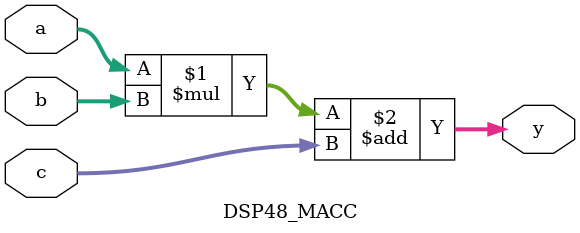
<source format=v>
module DSP48_MACC (a, b, c, y);

input [17:0] a;
input [24:0] b;
input [47:0] c;
output [47:0] y;

assign y = a*b + c;

endmodule

</source>
